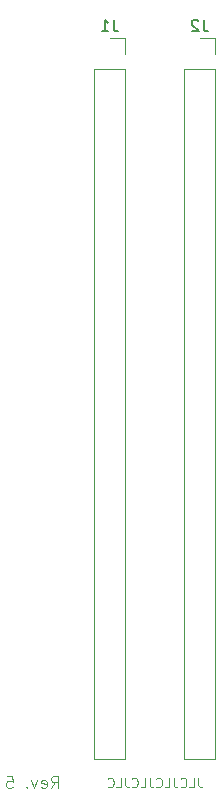
<source format=gbr>
G04 #@! TF.GenerationSoftware,KiCad,Pcbnew,7.0.11+dfsg-1build4*
G04 #@! TF.CreationDate,2024-10-25T09:27:29+09:00*
G04 #@! TF.ProjectId,bionic-mc6809e,62696f6e-6963-42d6-9d63-36383039652e,5*
G04 #@! TF.SameCoordinates,Original*
G04 #@! TF.FileFunction,Legend,Bot*
G04 #@! TF.FilePolarity,Positive*
%FSLAX46Y46*%
G04 Gerber Fmt 4.6, Leading zero omitted, Abs format (unit mm)*
G04 Created by KiCad (PCBNEW 7.0.11+dfsg-1build4) date 2024-10-25 09:27:29*
%MOMM*%
%LPD*%
G01*
G04 APERTURE LIST*
%ADD10C,0.100000*%
%ADD11C,0.125000*%
%ADD12C,0.150000*%
%ADD13C,0.120000*%
G04 APERTURE END LIST*
D10*
X122320839Y-131592895D02*
X122320839Y-132164323D01*
X122320839Y-132164323D02*
X122358934Y-132278609D01*
X122358934Y-132278609D02*
X122435125Y-132354800D01*
X122435125Y-132354800D02*
X122549410Y-132392895D01*
X122549410Y-132392895D02*
X122625601Y-132392895D01*
X121558934Y-132392895D02*
X121939886Y-132392895D01*
X121939886Y-132392895D02*
X121939886Y-131592895D01*
X120835124Y-132316704D02*
X120873220Y-132354800D01*
X120873220Y-132354800D02*
X120987505Y-132392895D01*
X120987505Y-132392895D02*
X121063696Y-132392895D01*
X121063696Y-132392895D02*
X121177982Y-132354800D01*
X121177982Y-132354800D02*
X121254172Y-132278609D01*
X121254172Y-132278609D02*
X121292267Y-132202419D01*
X121292267Y-132202419D02*
X121330363Y-132050038D01*
X121330363Y-132050038D02*
X121330363Y-131935752D01*
X121330363Y-131935752D02*
X121292267Y-131783371D01*
X121292267Y-131783371D02*
X121254172Y-131707180D01*
X121254172Y-131707180D02*
X121177982Y-131630990D01*
X121177982Y-131630990D02*
X121063696Y-131592895D01*
X121063696Y-131592895D02*
X120987505Y-131592895D01*
X120987505Y-131592895D02*
X120873220Y-131630990D01*
X120873220Y-131630990D02*
X120835124Y-131669085D01*
X120263696Y-131592895D02*
X120263696Y-132164323D01*
X120263696Y-132164323D02*
X120301791Y-132278609D01*
X120301791Y-132278609D02*
X120377982Y-132354800D01*
X120377982Y-132354800D02*
X120492267Y-132392895D01*
X120492267Y-132392895D02*
X120568458Y-132392895D01*
X119501791Y-132392895D02*
X119882743Y-132392895D01*
X119882743Y-132392895D02*
X119882743Y-131592895D01*
X118777981Y-132316704D02*
X118816077Y-132354800D01*
X118816077Y-132354800D02*
X118930362Y-132392895D01*
X118930362Y-132392895D02*
X119006553Y-132392895D01*
X119006553Y-132392895D02*
X119120839Y-132354800D01*
X119120839Y-132354800D02*
X119197029Y-132278609D01*
X119197029Y-132278609D02*
X119235124Y-132202419D01*
X119235124Y-132202419D02*
X119273220Y-132050038D01*
X119273220Y-132050038D02*
X119273220Y-131935752D01*
X119273220Y-131935752D02*
X119235124Y-131783371D01*
X119235124Y-131783371D02*
X119197029Y-131707180D01*
X119197029Y-131707180D02*
X119120839Y-131630990D01*
X119120839Y-131630990D02*
X119006553Y-131592895D01*
X119006553Y-131592895D02*
X118930362Y-131592895D01*
X118930362Y-131592895D02*
X118816077Y-131630990D01*
X118816077Y-131630990D02*
X118777981Y-131669085D01*
X118206553Y-131592895D02*
X118206553Y-132164323D01*
X118206553Y-132164323D02*
X118244648Y-132278609D01*
X118244648Y-132278609D02*
X118320839Y-132354800D01*
X118320839Y-132354800D02*
X118435124Y-132392895D01*
X118435124Y-132392895D02*
X118511315Y-132392895D01*
X117444648Y-132392895D02*
X117825600Y-132392895D01*
X117825600Y-132392895D02*
X117825600Y-131592895D01*
X116720838Y-132316704D02*
X116758934Y-132354800D01*
X116758934Y-132354800D02*
X116873219Y-132392895D01*
X116873219Y-132392895D02*
X116949410Y-132392895D01*
X116949410Y-132392895D02*
X117063696Y-132354800D01*
X117063696Y-132354800D02*
X117139886Y-132278609D01*
X117139886Y-132278609D02*
X117177981Y-132202419D01*
X117177981Y-132202419D02*
X117216077Y-132050038D01*
X117216077Y-132050038D02*
X117216077Y-131935752D01*
X117216077Y-131935752D02*
X117177981Y-131783371D01*
X117177981Y-131783371D02*
X117139886Y-131707180D01*
X117139886Y-131707180D02*
X117063696Y-131630990D01*
X117063696Y-131630990D02*
X116949410Y-131592895D01*
X116949410Y-131592895D02*
X116873219Y-131592895D01*
X116873219Y-131592895D02*
X116758934Y-131630990D01*
X116758934Y-131630990D02*
X116720838Y-131669085D01*
X116149410Y-131592895D02*
X116149410Y-132164323D01*
X116149410Y-132164323D02*
X116187505Y-132278609D01*
X116187505Y-132278609D02*
X116263696Y-132354800D01*
X116263696Y-132354800D02*
X116377981Y-132392895D01*
X116377981Y-132392895D02*
X116454172Y-132392895D01*
X115387505Y-132392895D02*
X115768457Y-132392895D01*
X115768457Y-132392895D02*
X115768457Y-131592895D01*
X114663695Y-132316704D02*
X114701791Y-132354800D01*
X114701791Y-132354800D02*
X114816076Y-132392895D01*
X114816076Y-132392895D02*
X114892267Y-132392895D01*
X114892267Y-132392895D02*
X115006553Y-132354800D01*
X115006553Y-132354800D02*
X115082743Y-132278609D01*
X115082743Y-132278609D02*
X115120838Y-132202419D01*
X115120838Y-132202419D02*
X115158934Y-132050038D01*
X115158934Y-132050038D02*
X115158934Y-131935752D01*
X115158934Y-131935752D02*
X115120838Y-131783371D01*
X115120838Y-131783371D02*
X115082743Y-131707180D01*
X115082743Y-131707180D02*
X115006553Y-131630990D01*
X115006553Y-131630990D02*
X114892267Y-131592895D01*
X114892267Y-131592895D02*
X114816076Y-131592895D01*
X114816076Y-131592895D02*
X114701791Y-131630990D01*
X114701791Y-131630990D02*
X114663695Y-131669085D01*
D11*
X109859841Y-132444119D02*
X110193174Y-131967928D01*
X110431269Y-132444119D02*
X110431269Y-131444119D01*
X110431269Y-131444119D02*
X110050317Y-131444119D01*
X110050317Y-131444119D02*
X109955079Y-131491738D01*
X109955079Y-131491738D02*
X109907460Y-131539357D01*
X109907460Y-131539357D02*
X109859841Y-131634595D01*
X109859841Y-131634595D02*
X109859841Y-131777452D01*
X109859841Y-131777452D02*
X109907460Y-131872690D01*
X109907460Y-131872690D02*
X109955079Y-131920309D01*
X109955079Y-131920309D02*
X110050317Y-131967928D01*
X110050317Y-131967928D02*
X110431269Y-131967928D01*
X109050317Y-132396500D02*
X109145555Y-132444119D01*
X109145555Y-132444119D02*
X109336031Y-132444119D01*
X109336031Y-132444119D02*
X109431269Y-132396500D01*
X109431269Y-132396500D02*
X109478888Y-132301261D01*
X109478888Y-132301261D02*
X109478888Y-131920309D01*
X109478888Y-131920309D02*
X109431269Y-131825071D01*
X109431269Y-131825071D02*
X109336031Y-131777452D01*
X109336031Y-131777452D02*
X109145555Y-131777452D01*
X109145555Y-131777452D02*
X109050317Y-131825071D01*
X109050317Y-131825071D02*
X109002698Y-131920309D01*
X109002698Y-131920309D02*
X109002698Y-132015547D01*
X109002698Y-132015547D02*
X109478888Y-132110785D01*
X108669364Y-131777452D02*
X108431269Y-132444119D01*
X108431269Y-132444119D02*
X108193174Y-131777452D01*
X107812221Y-132348880D02*
X107764602Y-132396500D01*
X107764602Y-132396500D02*
X107812221Y-132444119D01*
X107812221Y-132444119D02*
X107859840Y-132396500D01*
X107859840Y-132396500D02*
X107812221Y-132348880D01*
X107812221Y-132348880D02*
X107812221Y-132444119D01*
X106097936Y-131444119D02*
X106574126Y-131444119D01*
X106574126Y-131444119D02*
X106621745Y-131920309D01*
X106621745Y-131920309D02*
X106574126Y-131872690D01*
X106574126Y-131872690D02*
X106478888Y-131825071D01*
X106478888Y-131825071D02*
X106240793Y-131825071D01*
X106240793Y-131825071D02*
X106145555Y-131872690D01*
X106145555Y-131872690D02*
X106097936Y-131920309D01*
X106097936Y-131920309D02*
X106050317Y-132015547D01*
X106050317Y-132015547D02*
X106050317Y-132253642D01*
X106050317Y-132253642D02*
X106097936Y-132348880D01*
X106097936Y-132348880D02*
X106145555Y-132396500D01*
X106145555Y-132396500D02*
X106240793Y-132444119D01*
X106240793Y-132444119D02*
X106478888Y-132444119D01*
X106478888Y-132444119D02*
X106574126Y-132396500D01*
X106574126Y-132396500D02*
X106621745Y-132348880D01*
D12*
X115154933Y-67390819D02*
X115154933Y-68105104D01*
X115154933Y-68105104D02*
X115202552Y-68247961D01*
X115202552Y-68247961D02*
X115297790Y-68343200D01*
X115297790Y-68343200D02*
X115440647Y-68390819D01*
X115440647Y-68390819D02*
X115535885Y-68390819D01*
X114154933Y-68390819D02*
X114726361Y-68390819D01*
X114440647Y-68390819D02*
X114440647Y-67390819D01*
X114440647Y-67390819D02*
X114535885Y-67533676D01*
X114535885Y-67533676D02*
X114631123Y-67628914D01*
X114631123Y-67628914D02*
X114726361Y-67676533D01*
X122774933Y-67390819D02*
X122774933Y-68105104D01*
X122774933Y-68105104D02*
X122822552Y-68247961D01*
X122822552Y-68247961D02*
X122917790Y-68343200D01*
X122917790Y-68343200D02*
X123060647Y-68390819D01*
X123060647Y-68390819D02*
X123155885Y-68390819D01*
X122346361Y-67486057D02*
X122298742Y-67438438D01*
X122298742Y-67438438D02*
X122203504Y-67390819D01*
X122203504Y-67390819D02*
X121965409Y-67390819D01*
X121965409Y-67390819D02*
X121870171Y-67438438D01*
X121870171Y-67438438D02*
X121822552Y-67486057D01*
X121822552Y-67486057D02*
X121774933Y-67581295D01*
X121774933Y-67581295D02*
X121774933Y-67676533D01*
X121774933Y-67676533D02*
X121822552Y-67819390D01*
X121822552Y-67819390D02*
X122393980Y-68390819D01*
X122393980Y-68390819D02*
X121774933Y-68390819D01*
D13*
X116151600Y-130016000D02*
X113491600Y-130016000D01*
X116151600Y-71536000D02*
X116151600Y-130016000D01*
X116151600Y-71536000D02*
X113491600Y-71536000D01*
X116151600Y-70266000D02*
X116151600Y-68936000D01*
X116151600Y-68936000D02*
X114821600Y-68936000D01*
X113491600Y-71536000D02*
X113491600Y-130016000D01*
X123771600Y-130016000D02*
X121111600Y-130016000D01*
X123771600Y-71536000D02*
X123771600Y-130016000D01*
X123771600Y-71536000D02*
X121111600Y-71536000D01*
X123771600Y-70266000D02*
X123771600Y-68936000D01*
X123771600Y-68936000D02*
X122441600Y-68936000D01*
X121111600Y-71536000D02*
X121111600Y-130016000D01*
M02*

</source>
